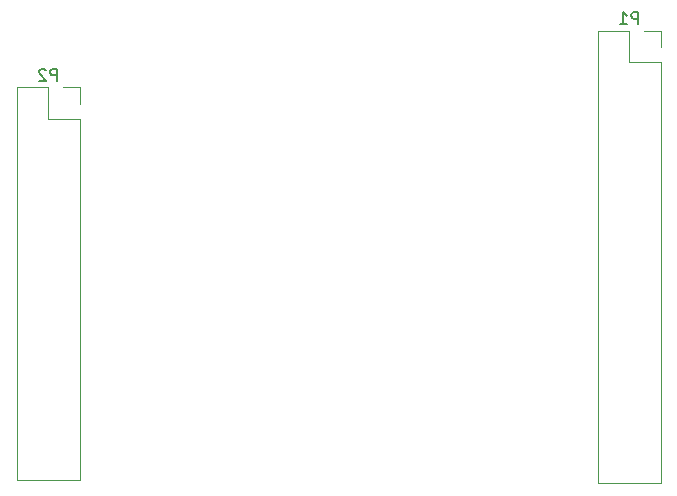
<source format=gbo>
G04 #@! TF.FileFunction,Legend,Bot*
%FSLAX46Y46*%
G04 Gerber Fmt 4.6, Leading zero omitted, Abs format (unit mm)*
G04 Created by KiCad (PCBNEW 4.0.1-stable) date 2/17/2017 10:30:23 PM*
%MOMM*%
G01*
G04 APERTURE LIST*
%ADD10C,0.100000*%
%ADD11C,0.120000*%
%ADD12C,0.150000*%
G04 APERTURE END LIST*
D10*
D11*
X27265000Y16330000D02*
X27265000Y-19350000D01*
X27265000Y-19350000D02*
X21945000Y-19350000D01*
X21945000Y-19350000D02*
X21945000Y18990000D01*
X21945000Y18990000D02*
X24605000Y18990000D01*
X24605000Y18990000D02*
X24605000Y16330000D01*
X24605000Y16330000D02*
X27265000Y16330000D01*
X27265000Y17600000D02*
X27265000Y18990000D01*
X27265000Y18990000D02*
X25875000Y18990000D01*
X-21935000Y11530000D02*
X-21935000Y-19070000D01*
X-21935000Y-19070000D02*
X-27255000Y-19070000D01*
X-27255000Y-19070000D02*
X-27255000Y14190000D01*
X-27255000Y14190000D02*
X-24595000Y14190000D01*
X-24595000Y14190000D02*
X-24595000Y11530000D01*
X-24595000Y11530000D02*
X-21935000Y11530000D01*
X-21935000Y12800000D02*
X-21935000Y14190000D01*
X-21935000Y14190000D02*
X-23325000Y14190000D01*
D12*
X25343095Y19537619D02*
X25343095Y20537619D01*
X24962142Y20537619D01*
X24866904Y20490000D01*
X24819285Y20442381D01*
X24771666Y20347143D01*
X24771666Y20204286D01*
X24819285Y20109048D01*
X24866904Y20061429D01*
X24962142Y20013810D01*
X25343095Y20013810D01*
X23819285Y19537619D02*
X24390714Y19537619D01*
X24105000Y19537619D02*
X24105000Y20537619D01*
X24200238Y20394762D01*
X24295476Y20299524D01*
X24390714Y20251905D01*
X-23856905Y14737619D02*
X-23856905Y15737619D01*
X-24237858Y15737619D01*
X-24333096Y15690000D01*
X-24380715Y15642381D01*
X-24428334Y15547143D01*
X-24428334Y15404286D01*
X-24380715Y15309048D01*
X-24333096Y15261429D01*
X-24237858Y15213810D01*
X-23856905Y15213810D01*
X-24809286Y15642381D02*
X-24856905Y15690000D01*
X-24952143Y15737619D01*
X-25190239Y15737619D01*
X-25285477Y15690000D01*
X-25333096Y15642381D01*
X-25380715Y15547143D01*
X-25380715Y15451905D01*
X-25333096Y15309048D01*
X-24761667Y14737619D01*
X-25380715Y14737619D01*
M02*

</source>
